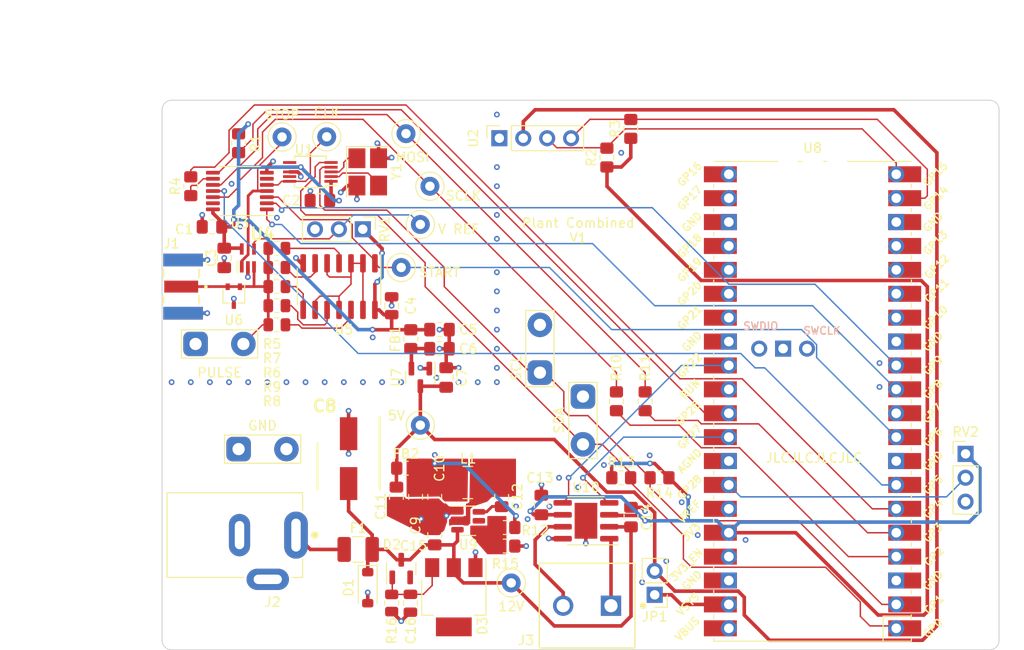
<source format=kicad_pcb>
(kicad_pcb (version 20221018) (generator pcbnew)
  (layers (0 "F.Cu" signal) (1 "In1.Cu" power) (2 "In2.Cu" power) (31 "B.Cu" signal) (34 "B.Paste" user) (35 "F.Paste" user) (36 "B.SilkS" user "B.Silkscreen") (37 "F.SilkS" user "F.Silkscreen") (38 "B.Mask" user) (39 "F.Mask" user) (44 "Edge.Cuts" user))
  (net 0 "")
  (net 1 "GND")
  (net 2 "Net-(D2-A)")
  (net 3 "+12P")
  (net 4 "+3.3V")
  (net 5 "+5V")
  (net 6 "Net-(U2-BST)")
  (net 8 "/AO1")
  (net 9 "/AO2")
  (net 10 "/tdr_sensor/PULSE")
  (net 11 "/5V_JUMP")
  (net 12 "Net-(U8-SDA)")
  (net 13 "Net-(U8-SCK)")
  (net 14 "SDA")
  (net 15 "SCL")
  (net 16 "Net-(U4-DOUT)")
  (net 17 "MISO")
  (net 18 "INTB")
  (net 19 "Net-(U5-O1)")
  (net 20 "Net-(U5-O2)")
  (net 21 "Net-(U5-O3)")
  (net 22 "Net-(U5-O4)")
  (net 23 "Net-(U5-O5)")
  (net 24 "Net-(U9-GPIO2)")
  (net 25 "SCLK")
  (net 26 "Net-(U9-GPIO3)")
  (net 27 "MOSI")
  (net 28 "/tdr_sensor/V ref")
  (net 29 "Net-(U9-GPIO28_ADC2)")
  (net 30 "/tdr_sensor/CLK")
  (net 31 "START")
  (net 32 "/tdr_sensor/STOP")
  (net 33 "/AIN1")
  (net 34 "/AIN2")
  (net 35 "Net-(U3-XA)")
  (net 36 "Net-(U3-XB)")
  (net 39 "EN")
  (net 40 "TRIG")
  (net 42 "TDC CSB")
  (net 44 "Net-(U5-I1)")
  (net 57 "+3.3VA")
  (net 58 "/tdr_sensor/+3_UNFILTERED")
  (net 59 "/5V_UNFILT")
  (net 60 "/VIN")
  (net 61 "/SW")
  (net 62 "/FB")
  (footprint "Resistor_SMD:R_0805_2012Metric_Pad1.20x1.40mm_HandSolder" (layer "F.Cu") (at 85.344 105.156)
    (fp_text reference "R13")
    (fp_text value "4K7")
  )
  (footprint "Connector_PinSocket_2.54mm:PinSocket_1x04_P2.54mm_Vertical" (layer "F.Cu") (at 72.4 69.063 90)
    (fp_text reference "U2")
    (fp_text value "OLED_DISP")
  )
  (footprint "Resistor_SMD:R_0805_2012Metric_Pad1.20x1.40mm_HandSolder" (layer "F.Cu") (at 84.836 97.028 90)
    (fp_text reference "R10")
    (fp_text value "82")
  )
  (footprint "Capacitor_SMD:C_0805_2012Metric_Pad1.18x1.45mm_HandSolder" (layer "F.Cu") (at 63.5 107.188 90)
    (fp_text reference "C9")
    (fp_text value "1uF")
  )
  (footprint "Resistor_SMD:R_0805_2012Metric_Pad1.20x1.40mm_HandSolder" (layer "F.Cu") (at 62.5 104.14 180)
    (fp_text reference "FB2")
    (fp_text value "ACML-0805-601-T")
  )
  (footprint "Package_SO:SOIC-8-1EP_3.9x4.9mm_P1.27mm_EP2.41x3.81mm" (layer "F.Cu") (at 81.599 109.728 180)
    (fp_text reference "U10")
    (fp_text value "ZXBM5210-SP-13")
  )
  (footprint "TestPoint:TestPoint_2Pads_Pitch5.08mm_Drill1.3mm" (layer "F.Cu") (at 76.708 93.98 90)
    (fp_text reference "SCL")
    (fp_text value "TestPoint_2Pole")
  )
  (footprint "Library:UUA1C101MCL1GS" (layer "F.Cu") (at 56.388 103.124 -90)
    (fp_text reference "C8")
    (fp_text value "100uF" hide)
  )
  (footprint "MountingHole:MountingHole_3.2mm_M3" (layer "F.Cu") (at 40.132 68.58)
    (fp_text reference "REF**" hide)
    (fp_text value "MountingHole_3.2mm_M3" hide)
  )
  (footprint "Package_SO:MSOP-10_3x3mm_P0.5mm" (layer "F.Cu") (at 52.324 72.644 180)
    (fp_text reference "U1")
    (fp_text value "SI5351A-B-GT")
  )
  (footprint "Resistor_SMD:R_0805_2012Metric_Pad1.20x1.40mm_HandSolder" (layer "F.Cu") (at 73.039299 110.448537 180)
    (fp_text reference "R12")
    (fp_text value "52K3")
  )
  (footprint "Capacitor_SMD:C_0805_2012Metric_Pad1.18x1.45mm_HandSolder" (layer "F.Cu") (at 76.858266 108.047863 -90)
    (fp_text reference "C13")
    (fp_text value "1uF")
  )
  (footprint "Resistor_SMD:R_0805_2012Metric_Pad1.20x1.40mm_HandSolder" (layer "F.Cu") (at 39.624 74.168 90)
    (fp_text reference "R4")
    (fp_text value "82")
  )
  (footprint "Resistor_SMD:R_0805_2012Metric_Pad1.20x1.40mm_HandSolder" (layer "F.Cu") (at 86.36 68.072 90)
    (fp_text reference "R3")
    (fp_text value "10K")
  )
  (footprint "Resistor_SMD:R_0805_2012Metric_Pad1.20x1.40mm_HandSolder" (layer "F.Cu") (at 83.82 71.12 90)
    (fp_text reference "R2")
    (fp_text value "10K")
  )
  (footprint "Package_TO_SOT_SMD:SOT-323_SC-70" (layer "F.Cu") (at 44.196 85.852 -90)
    (fp_text reference "U6")
    (fp_text value "ESD7002")
  )
  (footprint "Capacitor_SMD:C_0805_2012Metric_Pad1.18x1.45mm_HandSolder" (layer "F.Cu") (at 65.532 107.188 90)
    (fp_text reference "C10")
    (fp_text value "22uF")
  )
  (footprint "MountingHole:MountingHole_3.2mm_M3" (layer "F.Cu") (at 121.92 119.888)
    (fp_text reference "REF**" hide)
    (fp_text value "MountingHole_3.2mm_M3" hide)
  )
  (footprint "Library:CONN 1x2 5mm" (layer "F.Cu") (at 78.926725 118.753926 180)
    (fp_text reference "J3")
    (fp_text value "Conn_01x02" hide)
  )
  (footprint "TestPoint:TestPoint_Loop_D1.80mm_Drill1.0mm_Beaded" (layer "F.Cu") (at 62.484 68.58)
    (fp_text reference "MOSI")
    (fp_text value "TestPoint")
  )
  (footprint "TestPoint:TestPoint_Loop_D1.80mm_Drill1.0mm_Beaded" (layer "F.Cu") (at 73.66 116.332)
    (fp_text reference "12V")
    (fp_text value "TestPoint")
  )
  (footprint "Library:SDCL1V4020" (layer "F.Cu") (at 70.58 105.664 180)
    (fp_text reference "L1")
    (fp_text value "4.7uH")
  )
  (footprint "Capacitor_SMD:C_0805_2012Metric" (layer "F.Cu") (at 60.96 86.868 90)
    (fp_text reference "C4")
    (fp_text value "1uF")
  )
  (footprint "TestPoint:TestPoint_2Pads_Pitch5.08mm_Drill1.3mm" (layer "F.Cu") (at 44.704 102.108)
    (fp_text reference "GND")
    (fp_text value "TestPoint_2Pole")
  )
  (footprint "Resistor_SMD:R_0805_2012Metric" (layer "F.Cu") (at 48.768 80.772 180)
    (fp_text reference "R5")
    (fp_text value "249")
  )
  (footprint "Package_TO_SOT_SMD:SOT-23-6" (layer "F.Cu") (at 69.088 109.728)
    (fp_text reference "U9")
    (fp_text value "AP62200WU-7")
  )
  (footprint "Fuse:Fuse_1210_3225Metric_Pad1.42x2.65mm_HandSolder" (layer "F.Cu") (at 57.404 112.776)
    (fp_text reference "F1")
    (fp_text value "500ma")
  )
  (footprint "Package_TO_SOT_SMD:SOT-23" (layer "F.Cu") (at 64.008 94.488 -90)
    (fp_text reference "U7")
    (fp_text value "MCP1700T")
  )
  (footprint "Capacitor_SMD:C_0805_2012Metric" (layer "F.Cu") (at 62.954704 118.495842 -90)
    (fp_text reference "C16")
    (fp_text value "10nf")
  )
  (footprint "Resistor_SMD:R_0805_2012Metric" (layer "F.Cu") (at 48.768 82.804 180)
    (fp_text reference "R7")
    (fp_text value "249")
  )
  (footprint "Resistor_SMD:R_0805_2012Metric_Pad1.20x1.40mm_HandSolder" (layer "F.Cu") (at 87.884 97.028 90)
    (fp_text reference "R11")
    (fp_text value "82")
  )
  (footprint "TestPoint:TestPoint_Loop_D1.80mm_Drill1.0mm_Beaded" (layer "F.Cu") (at 49.319935 68.934226)
    (fp_text reference "STOP")
    (fp_text value "TestPoint")
  )
  (footprint "TestPoint:TestPoint_Loop_D1.80mm_Drill1.0mm_Beaded" (layer "F.Cu") (at 64.008 78.232)
    (fp_text reference "V REF")
    (fp_text value "TestPoint")
  )
  (footprint "Connector_PinHeader_2.54mm:PinHeader_1x02_P2.54mm_Vertical" (layer "F.Cu") (at 88.9 117.597 180)
    (fp_text reference "JP1")
    (fp_text value "Jumper_2_Bridged")
  )
  (footprint "Resistor_SMD:R_0805_2012Metric_Pad1.20x1.40mm_HandSolder" (layer "F.Cu") (at 44.704 69.596 90)
    (fp_text reference "R1")
    (fp_text value "10K")
  )
  (footprint "Connector_PinHeader_2.54mm:PinHeader_1x03_P2.54mm_Vertical" (layer "F.Cu") (at 57.897 78.74 -90)
    (fp_text reference "RV1")
    (fp_text value "10K")
  )
  (footprint "Capacitor_SMD:C_0805_2012Metric_Pad1.18x1.45mm_HandSolder" (layer "F.Cu") (at 53.34 75.692)
    (fp_text reference "C2")
    (fp_text value "1uF")
  )
  (footprint "Capacitor_SMD:C_0805_2012Metric_Pad1.18x1.45mm_HandSolder" (layer "F.Cu") (at 72.644 107.188 -90)
    (fp_text reference "C12")
    (fp_text value "100nF")
  )
  (footprint "Diode_SMD:D_SOD-123" (layer "F.Cu") (at 58.42 116.84 -90)
    (fp_text reference "D1")
    (fp_text value "TV02W480-G")
  )
  (footprint "TestPoint:TestPoint_Loop_D1.80mm_Drill1.0mm_Beaded" (layer "F.Cu") (at 65.024 74.168)
    (fp_text reference "SCLK")
    (fp_text value "TestPoint")
  )
  (footprint "Capacitor_SMD:C_0805_2012Metric_Pad1.18x1.45mm_HandSolder" (layer "F.Cu") (at 66.752267 94.49861 -90)
    (fp_text reference "C7")
    (fp_text value "1uF")
  )
  (footprint "Library:SOT65P210X110-5N" (layer "F.Cu") (at 45.690709 81.788 90)
    (fp_text reference "U4")
    (fp_text value "ADCMP600BKSZ-R2" hide)
  )
  (footprint "Resistor_SMD:R_0805_2012Metric" (layer "F.Cu") (at 48.768 84.836 180)
    (fp_text reference "R6")
    (fp_text value "249")
  )
  (footprint "Capacitor_SMD:C_0805_2012Metric_Pad1.18x1.45mm_HandSolder" (layer "F.Cu") (at 43.18 81.788 90)
    (fp_text reference "C3")
    (fp_text value "1uF")
  )
  (footprint "Resistor_SMD:R_0805_2012Metric_Pad1.20x1.40mm_HandSolder" (layer "F.Cu") (at 62.992 90.424 90)
    (fp_text reference "FB1")
    (fp_text value "ACML-0805-601-T")
  )
  (footprint "Package_TO_SOT_SMD:SOT-23" (layer "F.Cu") (at 61.976 114.808 90)
    (fp_text reference "D2")
    (fp_text value "BZX84C15T")
  )
  (footprint "Library:SAMTEC_SMA-J-P-H-ST-EM1" (layer "F.Cu") (at 38.608 84.836 -90)
    (fp_text reference "J1")
    (fp_text value "SMA-J-P-H-ST-EM1")
  )
  (footprint "TestPoint:TestPoint_Loop_D1.80mm_Drill1.0mm_Beaded" (layer "F.Cu") (at 61.976 82.804)
    (fp_text reference "START")
    (fp_text value "TestPoint")
  )
  (footprint "Resistor_SMD:R_0805_2012Metric" (layer "F.Cu") (at 48.768 88.9 180)
    (fp_text reference "R8")
    (fp_text value "249")
  )
  (footprint "TestPoint:TestPoint_Loop_D1.80mm_Drill1.0mm_Beaded" (layer "F.Cu") (at 54.063857 68.911965)
    (fp_text reference "CLK")
    (fp_text value "TestPoint")
  )
  (footprint "Capacitor_SMD:C_0805_2012Metric_Pad1.18x1.45mm_HandSolder" (layer "F.Cu") (at 41.878421 78.485998)
    (fp_text reference "C1")
    (fp_text value "1uF")
  )
  (footprint "Resistor_SMD:R_0805_2012Metric" (layer "F.Cu") (at 60.96 118.4675 90)
    (fp_text reference "R16")
    (fp_text value "68")
  )
  (footprint "MountingHole:MountingHole_3.2mm_M3" (layer "F.Cu") (at 121.92 68.58)
    (fp_text reference "REF**" hide)
    (fp_text value "MountingHole_3.2mm_M3" hide)
  )
  (footprint "Package_SO:TSSOP-14_4.4x5mm_P0.65mm" (layer "F.Cu") (at 44.8385 74.676 180)
    (fp_text reference "U3")
    (fp_text value "TDC7200PWR")
  )
  (footprint "MountingHole:MountingHole_3.2mm_M3" (layer "F.Cu") (at 40.132 119.888)
    (fp_text reference "REF**" hide)
    (fp_text value "MountingHole_3.2mm_M3" hide)
  )
  (footprint "Capacitor_SMD:C_0805_2012Metric_Pad1.18x1.45mm_HandSolder" (layer "F.Cu") (at 86.382493 109.337552 -90)
    (fp_text reference "C14")
    (fp_text value "10uF")
  )
  (footprint "TestPoint:TestPoint_2Pads_Pitch5.08mm_Drill1.3mm" (layer "F.Cu") (at 81.28 96.52 -90)
    (fp_text reference "SDA")
    (fp_text value "TestPoint_2Pole")
  )
  (footprint "Capacitor_SMD:C_0805_2012Metric_Pad1.18x1.45mm_HandSolder" (layer "F.Cu") (at 66.04 89.408 180)
    (fp_text reference "C5")
    (fp_text value "1uF")
  )
  (footprint "Resistor_SMD:R_0805_2012Metric" (layer "F.Cu") (at 48.768 86.868 180)
    (fp_text reference "R9")
    (fp_text value "249")
  )
  (footprint "Library:CUI_PJ-002AH" (layer "F.Cu") (at 50.8 111.252 180)
    (fp_text reference "J2")
    (fp_text value "PJ-002AH")
  )
  (footprint "Capacitor_SMD:C_0805_2012Metric_Pad1.18x1.45mm_HandSolder" (layer "F.Cu") (at 65.532 111.252 -90)
    (fp_text reference "C15")
    (fp_text value "10uF")
  )
  (footprint "Resistor_SMD:R_0805_2012Metric_Pad1.20x1.40mm_HandSolder" (layer "F.Cu") (at 73.038684 112.417911)
    (fp_text reference "R15")
    (fp_text value "10K")
  )
  (footprint "RPi_Pico:RPi_PicoW_SMD_TH" (layer "F.Cu") (at 105.664 97.028 180)
    (fp_text reference "U8")
    (fp_text value "PicoW")
  )
  (footprint "Capacitor_SMD:C_0805_2012Metric_Pad1.18x1.45mm_HandSolder" (layer "F.Cu") (at 61.468 107.188 90)
    (fp_text reference "C11")
    (fp_text value "1uF")
  )
  (footprint "Connector_PinHeader_2.54mm:PinHeader_1x03_P2.54mm_Vertical" (layer "F.Cu") (at 121.92 102.616)
    (fp_text reference "RV2")
    (fp_text value "R_Potentiometer")
  )
  (footprint "TestPoint:TestPoint_2Pads_Pitch5.08mm_Drill1.3mm" (layer "F.Cu") (at 40.132 90.932)
    (fp_text reference "PULSE")
    (fp_text value "TestPoint")
  )
  (footprint "Crystal:Crystal_SMD_3225-4Pin_3.2x2.5mm_HandSoldering" (layer "F.Cu") (at 58.42 72.644 -90)
    (fp_text reference "Y1")
    (fp_text value "Crystal_GND24")
  )
  (footprint "Package_SO:SOIC-14_3.9x8.7mm_P1.27mm" (layer "F.Cu") (at 55.372 84.836 -90)
    (fp_text reference "U5")
    (fp_text value "74AC14SC")
  )
  (footprint "Capacitor_SMD:C_0805_2012Metric_Pad1.18x1.45mm_HandSolder" (layer "F.Cu") (at 66.04 91.44 180)
    (fp_text reference "C6")
    (fp_text value "1uF")
  )
  (footprint "Resistor_SMD:R_0805_2012Metric_Pad1.20x1.40mm_HandSolder" (layer "F.Cu") (at 89.408 105.156 180)
    (fp_text reference "R14")
    (fp_text value "4K7")
  )
  (footprint "TestPoint:TestPoint_Loop_D1.80mm_Drill1.0mm_Beaded" (layer "F.Cu") (at 64.008 99.568)
    (fp_text reference "5V")
    (fp_text value "TestPoint")
  )
  (footprint "Package_TO_SOT_SMD:SOT-223" (layer "F.Cu") (at 67.564 117.856 -90)
    (fp_text reference "D3")
    (fp_text value "BT168GW")
  )
  (gr_arc (start 36.576 66.04) (mid 36.87358 65.32158) (end 37.592 65.024) (stroke (width 0.1)) (layer "Edge.Cuts"))
  (gr_line (start 37.592 123.444) (end 124.46 123.444) (stroke (width 0.1)) (layer "Edge.Cuts"))
  (gr_arc (start 124.46 65.024) (mid 125.17842 65.32158) (end 125.476 66.04) (stroke (width 0.1)) (layer "Edge.Cuts"))
  (gr_line (start 124.46 65.024) (end 37.592 65.024) (stroke (width 0.1)) (layer "Edge.Cuts"))
  (gr_arc (start 37.592 123.444) (mid 36.87358 123.14642) (end 36.576 122.428) (stroke (width 0.1)) (layer "Edge.Cuts"))
  (gr_line (start 125.476 122.428) (end 125.476 66.04) (stroke (width 0.1)) (layer "Edge.Cuts"))
  (gr_line (start 36.576 66.04) (end 36.576 122.428) (stroke (width 0.1)) (layer "Edge.Cuts"))
  (gr_arc (start 125.476 122.428) (mid 125.17842 123.14642) (end 124.46 123.444) (stroke (width 0.1)) (layer "Edge.Cuts"))
  (gr_text "JLCJLCJLCJLC" (at 100.584 103.632) (layer "F.SilkS") (effects (font (size 1 1)) (justify left bottom)))
  (gr_text "Plant Combined\nV1" (at 80.772 80.264) (layer "F.SilkS") (effects (font (size 1 1)) (justify bottom)))
  (segment (start 40.840921 77.216) (end 40.840921 78.485998) (width 0.381) (layer "F.Cu") (net 1))
  (segment (start 48.365719 71.522282) (end 47.701 72.187001) (width 0.381) (layer "F.Cu") (net 1))
  (segment (start 52.3025 74.6975) (end 52.324 74.676) (width 0.381) (layer "F.Cu") (net 1))
  (segment (start 77.671084 111.633) (end 79.124 111.633) (width 0.381) (layer "F.Cu") (net 1))
  (segment (start 59.57 69.73) (end 59.57 71.194) (width 0.381) (layer "F.Cu") (net 1))
  (segment (start 86.382493 108.300052) (end 87.472052 108.300052) (width 0.381) (layer "F.Cu") (net 1))
  (segment (start 51.562 82.361) (end 51.373 82.361) (width 0.381) (layer "F.Cu") (net 1))
  (segment (start 67.0775 91.44) (end 66.04 91.44) (width 0.381) (layer "F.Cu") (net 1))
  (segment (start 51.308 72.962184) (end 50.989816 72.644) (width 0.381) (layer "F.Cu") (net 1))
  (segment (start 52.3025 75.692) (end 52.3025 74.6975) (width 0.381) (layer "F.Cu") (net 1))
  (segment (start 76.871819 105.891165) (end 76.871819 106.99681) (width 0.381) (layer "F.Cu") (net 1))
  (segment (start 75.251209 112.417911) (end 74.038684 112.417911) (width 0.381) (layer "F.Cu") (net 1))
  (segment (start 61.976 120.396) (end 60.96 119.38) (width 0.381) (layer "F.Cu") (net 1))
  (segment (start 66.752267 93.46111) (end 68.06111 93.46111) (width 0.381) (layer "F.Cu") (net 1))
  (segment (start 81.582054 112.12521) (end 81.582054 109.744946) (width 0.381) (layer "F.Cu") (net 1))
  (segment (start 41.380833 82.011) (end 41.393765 81.998068) (width 0.381) (layer "F.Cu") (net 1))
  (segment (start 69.867046 114.702954) (end 69.864 114.706) (width 0.381) (layer "F.Cu") (net 1))
  (segment (start 62.926158 119.445842) (end 61.976 120.396) (width 0.381) (layer "F.Cu") (net 1))
  (segment (start 50.989816 72.644) (end 50.124 72.644) (width 0.381) (layer "F.Cu") (net 1))
  (segment (start 67.0775 89.408) (end 66.04 89.408) (width 0.381) (layer "F.Cu") (net 1))
  (segment (start 77.641877 111.603793) (end 77.671084 111.633) (width 0.381) (layer "F.Cu") (net 1))
  (segment (start 60.96 85.918) (end 60.96 86.868) (width 0.381) (layer "F.Cu") (net 1))
  (segment (start 60.96 71.12) (end 60.886 71.194) (width 0.381) (layer "F.Cu") (net 1))
  (segment (start 57.27 74.094) (end 56.280767 74.094) (width 0.381) (layer "F.Cu") (net 1))
  (segment (start 39.116 81.703) (end 38.808 82.011) (width 0.381) (layer "F.Cu") (net 1))
  (segment (start 66.752267 93.46111) (end 66.752267 91.765233) (width 0.381) (layer "F.Cu") (net 1))
  (segment (start 62.954704 119.445842) (end 62.926158 119.445842) (width 0.381) (layer "F.Cu") (net 1))
  (segment (start 76.871819 106.99681) (end 76.858266 107.010363) (width 0.381) (layer "F.Cu") (net 1))
  (segment (start 57.27 75.558) (end 57.27 74.094) (width 0.381) (layer "F.Cu") (net 1))
  (segment (start 38.808 82.011) (end 41.380833 82.011) (width 0.381) (layer "F.Cu") (net 1))
  (segment (start 44.196 86.852) (end 44.196 86.118357) (width 0.381) (layer "F.Cu") (net 1))
  (segment (start 51.373 82.361) (end 50.8 81.788) (width 0.381) (layer "F.Cu") (net 1))
  (segment (start 47.701 72.187001) (end 47.701 72.726) (width 0.381) (layer "F.Cu") (net 1))
  (segment (start 51.308 73.152) (end 51.308 72.962184) (width 0.381) (layer "F.Cu") (net 1))
  (segment (start 58.42 118.49) (end 58.42 117.348) (width 0.381) (layer "F.Cu") (net 1))
  (segment (start 87.472052 108.300052) (end 87.884 108.712) (width 0.381) (layer "F.Cu") (net 1))
  (segment (start 67.0775 89.408) (end 67.0775 91.44) (width 0.381) (layer "F.Cu") (net 1))
  (segment (start 41.371 87.661) (end 38.808 87.661) (width 0.381) (layer "F.Cu") (net 1))
  (segment (start 56.280767 74.094) (end 55.550486 74.824281) (width 0.381) (layer "F.Cu") (net 1))
  (segment (start 64.0865 93.5505) (end 64.008 93.472) (width 0.381) (layer "F.Cu") (net 1))
  (segment (start 56.388 100.474) (end 56.388 102.616) (width 0.381) (layer "F.Cu") (net 1))
  (segment (start 68.06111 93.46111) (end 68.072 93.472) (width 0.381) (layer "F.Cu") (net 1))
  (segment (start 43.18 82.8255) (end 43.18 81.788) (width 0.381) (layer "F.Cu") (net 1))
  (segment (start 59.436 69.596) (end 59.57 69.73) (width 0.381) (layer "F.Cu") (net 1))
  (segment (start 56.388 98.044) (end 56.388 100.474) (width 0.381) (layer "F.Cu") (net 1))
  (segment (start 81.582054 109.744946) (end 81.599 109.728) (width 0.381) (layer "F.Cu") (net 1))
  (segment (start 66.752267 91.765233) (end 67.0775 91.44) (width 0.381) (layer "F.Cu") (net 1))
  (segment (start 45.688115 83.82) (end 45.688115 82.740594) (width 0.381) (layer "F.Cu") (net 1))
  (segment (start 60.886 71.194) (end 59.57 71.194) (width 0.381) (layer "F.Cu") (net 1))
  (segment (start 64.958 93.5505) (end 64.0865 93.5505) (width 0.381) (layer "F.Cu") (net 1))
  (segment (start 69.867046 113.067974) (end 69.867046 114.702954) (width 0.381) (layer "F.Cu") (net 1))
  (via (at 58.947221 90.234529) (size 0.6096) (drill 0.3048) (layers "F.Cu" "B.Cu") (net 1))
  (via (at 43.688 94.996) (size 0.6096) (drill 0.3048) (layers "F.Cu" "B.Cu") (net 1))
  (via (at 72.136 89.408) (size 0.6096) (drill 0.3048) (layers "F.Cu" "B.Cu") (net 1))
  (via (at 60.96 71.12) (size 0.6096) (drill 0.3048) (layers "F.Cu" "B.Cu") (net 1))
  (via (at 72.136 66.548) (size 0.6096) (drill 0.3048) (layers "F.Cu" "B.Cu") (net 1))
  (via (at 90.127438 114.011677) (size 0.6096) (drill 0.3048) (layers "F.Cu" "B.Cu") (net 1))
  (via (at 112.776 95.504) (size 0.6096) (drill 0.3048) (layers "F.Cu" "B.Cu") (net 1))
  (via (at 75.251209 112.417911) (size 0.6096) (drill 0.3048) (layers "F.Cu" "B.Cu") (net 1))
  (via (at 88.367287 102.775265) (size 0.6096) (drill 0.3048) (layers "F.Cu" "B.Cu") (net 1))
  (via (at 91.766767 107.759157) (size 0.6096) (drill 0.3048) (layers "F.Cu" "B.Cu") (net 1))
  (via (at 72.136 72.136) (size 0.6096) (drill 0.3048) (layers "F.Cu" "B.Cu") (net 1))
  (via (at 57.912 94.996) (size 0.6096) (drill 0.3048) (layers "F.Cu" "B.Cu") (net 1))
  (via (at 64.088008 109.522103) (size 0.6096) (drill 0.3048) (layers "F.Cu" "B.Cu") (net 1))
  (via (at 59.944 94.996) (size 0.6096) (drill 0.3048) (layers "F.Cu" "B.Cu") (net 1))
  (via (at 47.752 94.996) (size 0.6096) (drill 0.3048) (layers "F.Cu" "B.Cu") (net 1))
  (via (at 61.976 94.996) (size 0.6096) (drill 0.3048) (layers "F.Cu" "B.Cu") (net 1))
  (via (at 64.008 93.472) (size 0.6096) (drill 0.3048) (layers "F.Cu" "B.Cu") (net 1))
  (via (at 44.868757 78.451674) (size 0.6096) (drill 0.3048) (layers "F.Cu" "B.Cu") (net 1))
  (via (at 87.884 108.712) (size 0.6096) (drill 0.3048) (layers "F.Cu" "B.Cu") (net 1))
  (via (at 81.582054 112.12521) (size 0.6096) (drill 0.3048) (layers "F.Cu" "B.Cu") (net 1))
  (via (at 83.504216 103.802248) (size 0.6096) (drill 0.3048) (layers "F.Cu" "B.Cu") (net 1))
  (via (at 72.136 91.44) (size 0.6096) (drill 0.3048) (layers "F.Cu" "B.Cu") (net 1))
  (via (at 61.976 120.396) (size 0.6096) (drill 0.3048) (layers "F.Cu" "B.Cu") (net 1))
  (via (at 57.27 75.558) (size 0.6096) (drill 0.3048) (layers "F.Cu" "B.Cu") (net 1))
  (via (at 72.136 85.344) (size 0.6096) (drill 0.3048) (layers "F.Cu" "B.Cu") (net 1))
  (via (at 65.542984 102.73133) (size 0.6096) (drill 0.3048) (layers "F.Cu" "B.Cu") (net 1))
  (via (at 75.40093 109.549514) (size 0.6096) (drill 0.3048) (layers "F.Cu" "B.Cu") (net 1))
  (via (at 72.136 87.376) (size 0.6096) (drill 0.3048) (layers "F.Cu" "B.Cu") (net 1))
  (via (at 52.324 74.676) (size 0.6096) (drill 0.3048) (layers "F.Cu" "B.Cu") (net 1))
  (via (at 41.656 94.996) (size 0.6096) (drill 0.3048) (layers "F.Cu" "B.Cu") (net 1))
  (via (at 55.550486 74.824281) (size 0.6096) (drill 0.3048) (layers "F.Cu" "B.Cu") (net 1))
  (via (at 69.867046 113.067974) (size 0.6096) (drill 0.3048) (layers "F.Cu" "B.Cu") (net 1))
  (via (at 56.388 102.616) (size 0.6096) (drill 0.3048) (layers "F.Cu" "B.Cu") (net 1))
  (via (at 50.8 81.788) (size 0.6096) (drill 0.3048) (layers "F.Cu" "B.Cu") (net 1))
  (via (at 56.388 98.044) (size 0.6096) (drill 0.3048) (layers "F.Cu" "B.Cu") (net 1))
  (via (at 70.104 94.996) (size 0.6096) (drill 0.3048) (layers "F.Cu" "B.Cu") (net 1))
  (via (at 66.04 89.408) (size 0.6096) (drill 0.3048) (layers "F.Cu" "B.Cu") (net 1))
  (via (at 65.735201 94.52507) (size 0.6096) (drill 0.3048) (layers "F.Cu" "B.Cu") (net 1))
  (via (at 78.74 105.156) (size 0.6096) (drill 0.3048) (layers "F.Cu" "B.Cu") (net 1))
  (via (at 37.592 94.996) (size 0.6096) (drill 0.3048) (layers "F.Cu" "B.Cu") (net 1))
  (via (at 87.565472 116.268842) (size 0.6096) (drill 0.3048) (layers "F.Cu" "B.Cu") (net 1))
  (via (at 45.688115 83.82) (size 0.6096) (drill 0.3048) (layers "F.Cu" "B.Cu") (net 1))
  (via (at 58.42 117.348) (size 0.6096) (drill 0.3048) (layers "F.Cu" "B.Cu") (net 1))
  (via (at 72.136 94.996) (size 0.6096) (drill 0.3048) (layers "F.Cu" "B.Cu") (net 1))
  (via (at 45.72 94.996) (size 0.6096) (drill 0.3048) (layers "F.Cu" "B.Cu") (net 1))
  (via (at 66.779066 109.180995) (size 0.6096) (drill 0.3048) (layers "F.Cu" "B.Cu") (net 1))
  (via (at 53.848 94.996) (size 0.6096) (drill 0.3048) (layers "F.Cu" "B.Cu") (net 1))
  (via (at 48.768 77.509817) (size 0.6096) (drill 0.3048) (layers "F.Cu" "B.Cu") (net 1))
  (via (at 72.136 74.168) (size 0.6096) (drill 0.3048) (layers "F.Cu" "B.Cu") (net 1))
  (via (at 49.784 94.996) (size 0.6096) (drill 0.3048) (layers "F.Cu" "B.Cu") (net 1))
  (via (at 112.776 92.964) (size 0.6096) (drill 0.3048) (layers "F.Cu" "B.Cu") (net 1))
  (via (at 55.88 94.996) (size 0.6096) (drill 0.3048) (layers "F.Cu" "B.Cu") (net 1))
  (via (at 98.552 111.76) (size 0.6096) (drill 0.3048) (layers "F.Cu" "B.Cu") (net 1))
  (via (at 39.624 94.996) (size 0.6096) (drill 0.3048) (layers "F.Cu" "B.Cu") (net 1))
  (via (at 44.196 86.118357) (size 0.6096) (drill 0.3048) (layers "F.Cu" "B.Cu") (net 1))
  (via (at 51.308 73.152) (size 0.6096) (drill 0.3048) (layers "F.Cu" "B.Cu") (net 1))
  (via (at 60.96 86.868) (size 0.6096) (drill 0.3048) (layers "F.Cu" "B.Cu") (net 1))
  (via (at 59.436 69.596) (size 0.6096) (drill 0.3048) (layers "F.Cu" "B.Cu") (net 1))
  (via (at 72.136 77.216) (size 0.6096) (drill 0.3048) (layers "F.Cu" "B.Cu") (net 1))
  (via (at 77.724 108.204) (size 0.6096) (drill 0.3048) (layers "F.Cu" "B.Cu") (net 1))
  (via (at 85.344 70.612) (size 0.6096) (drill 0.3048) (layers "F.Cu" "B.Cu") (net 1))
  (via (at 68.072 94.996) (size 0.6096) (drill 0.3048) (layers "F.Cu" "B.Cu") (net 1))
  (via (at 43.18 81.788) (size 0.6096) (drill 0.3048) (layers "F.Cu" "B.Cu") (net 1))
  (via (at 76.871819 105.891165) (size 0.6096) (drill 0.3048) (layers "F.Cu" "B.Cu") (net 1))
  (via (at 41.371 87.661) (size 0.6096) (drill 0.3048) (layers "F.Cu" "B.Cu") (net 1))
  (via (at 41.393765 81.998068) (size 0.6096) (drill 0.3048) (layers "F.Cu" "B.Cu") (net 1))
  (via (at 72.136 83.312) (size 0.6096) (drill 0.3048) (layers "F.Cu" "B.Cu") (net 1))
  (via (at 51.816 94.996) (size 0.6096) (drill 0.3048) (layers "F.Cu" "B.Cu") (net 1))
  (via (at 40.840921 77.216) (size 0.6096) (drill 0.3048) (layers "F.Cu" "B.Cu") (net 1))
  (via (at 72.136 79.756) (size 0.6096) (drill 0.3048) (layers "F.Cu" "B.Cu") (net 1))
  (via (at 68.072 93.472) (size 0.6096) (drill 0.3048) (layers "F.Cu" "B.Cu") (net 1))
  (via (at 77.641877 111.603793) (size 0.6096) (drill 0.3048) (layers "F.Cu" "B.Cu") (net 1))
  (via (at 74.168 108.204) (size 0.6096) (drill 0.3048) (layers "F.Cu" "B.Cu") (net 1))
  (via (at 72.136 93.472) (size 0.6096) (drill 0.3048) (layers "F.Cu" "B.Cu") (net 1))
  (via (at 80.772 106.172) (size 0.6096) (drill 0.3048) (layers "F.Cu" "B.Cu") (net 1))
  (via (at 66.04 91.44) (size 0.6096) (drill 0.3048) (layers "F.Cu" "B.Cu") (net 1))
  (via (at 43.954356 73.912627) (size 0.6096) (drill 0.3048) (layers "F.Cu" "B.Cu") (net 1))
  (via (at 48.365719 71.522282) (size 0.6096) (drill 0.3048) (layers "F.Cu" "B.Cu") (net 1))
  (via (at 93.472 111.252) (size 0.6096) (drill 0.3048) (layers "F.Cu" "B.Cu") (net 1))
  (segment (start 41.393765 81.998068) (end 38.820932 81.998068) (width 0.381) (layer "B.Cu") (net 1))
  (segment (start 41.371 87.661) (end 38.808 87.661) (width 0.381) (layer "B.Cu") (net 1))
  (segment (start 38.820932 81.998068) (end 38.808 82.011) (width 0.381) (layer "B.Cu") (net 1))
  (segment (start 62.954704 117.545842) (end 64.318158 117.545842) (width 0.1524) (layer "F.Cu") (net 2))
  (segment (start 64.318158 117.545842) (end 65.264 116.6) (width 0.1524) (layer "F.Cu") (net 2))
  (segment (start 60.96 117.555) (end 62.945546 117.555) (width 0.1524) (layer "F.Cu") (net 2))
  (segment (start 61.026 117.489) (end 60.96 117.555) (width 0.1524) (layer "F.Cu") (net 2))
  (segment (start 65.264 116.6) (end 65.264 114.706) (width 0.1524) (layer "F.Cu") (net 2))
  (segment (start 61.026 115.7455) (end 61.026 117.489) (width 0.1524) (layer "F.Cu") (net 2))
  (segment (start 62.945546 117.555) (end 62.954704 117.545842) (width 0.1524) (layer "F.Cu") (net 2))
  (segment (start 67.564 112.268) (end 67.9505 111.8815) (width 0.381) (layer "F.Cu") (net 3))
  (segment (start 61.50725 113.8705) (end 61.976 113.8705) (width 0.381) (layer "F.Cu") (net 3))
  (segment (start 58.42 115.19) (end 58.42 113.2475) (width 0.381) (layer "F.Cu") (net 3))
  (segment (start 67.564 114.706) (end 67.564 115.316) (width 0.381) (layer "F.Cu") (net 3))
  (segment (start 56.388 108.712) (end 56.388 105.774) (width 0.381) (layer "F.Cu") (net 3))
  (segment (start 67.564 112.268) (end 67.564 114.706) (width 0.381) (layer "F.Cu") (net 3))
  (segment (start 68.58 116.332) (end 73.66 116.332) (width 0.381) (layer "F.Cu") (net 3))
  (segment (start 67.9505 111.8815) (end 67.9505 110.678) (width 0.381) (layer "F.Cu") (net 3))
  (segment (start 58.8915 112.776) (end 58.8915 111.2155) (width 0.381) (layer "F.Cu") (net 3))
  (segment (start 61.976 113.8705) (end 62.9135 113.8705) (width 0.381) (layer "F.Cu") (net 3))
  (segment (start 58.42 113.2475) (end 58.8915 112.776) (width 0.381) (layer "F.Cu") (net 3))
  (segment (start 78.232 120.904) (end 85.344 120.904) (width 0.381) (layer "F.Cu") (net 3))
  (segment (start 86.382493 119.865507) (end 86.382493 110.375052) (width 0.381) (layer "F.Cu") (net 3))
  (segment (start 64.4945 112.2895) (end 65.532 112.2895) (width 0.381) (layer "F.Cu") (net 3))
  (segment (start 60.41275 112.776) (end 61.50725 113.8705) (width 0.381) (layer "F.Cu") (net 3))
  (segment (start 62.9135 113.8705) (end 64.4945 112.2895) (width 0.381) (layer "F.Cu") (net 3))
  (segment (start 84.086052 110.375052) (end 84.074 110.363) (width 0.381) (layer "F.Cu") (net 3))
  (segment (start 58.8915 112.776) (end 60.41275 112.776) (width 0.381) (layer "F.Cu") (net 3))
  (segment (start 73.66 116.332) (end 78.232 120.904) (width 0.381) (layer "F.Cu") (net 3))
  (segment (start 65.532 112.2895) (end 67.5425 112.2895) (width 0.381) (layer "F.Cu") (net 3))
  (segment (start 58.8915 111.2155) (end 56.388 108.712) (width 0.381) (layer "F.Cu") (net 3))
  (segment (start 67.564 115.316) (end 68.58 116.332) (width 0.381) (layer "F.Cu") (net 3))
  (segment (start 86.382493 110.375052) (end 84.086052 110.375052) (width 0.381) (layer "F.Cu") (net 3))
  (segment (start 85.344 120.904) (end 86.382493 119.865507) (width 0.381) (layer "F.Cu") (net 3))
  (segment (start 93.8394 84.1874) (end 83.836 74.184) (width 0.381) (layer "F.Cu") (net 4))
  (segment (start 117.856 84.836) (end 117.2074 84.1874) (width 0.381) (layer "F.Cu") (net 4))
  (segment (start 112.630294 119.7474) (end 117.4886 119.7474) (width 0.381) (layer "F.Cu") (net 4))
  (segment (start 76.065363 109.085363) (end 75.692 108.712) (width 0.381) (layer "F.Cu") (net 4))
  (segment (start 85.36 72.12) (end 86.36 71.12) (width 0.381) (layer "F.Cu") (net 4))
  (segment (start 76.858266 109.085363) (end 76.065363 109.085363) (width 0.381) (layer "F.Cu") (net 4))
  (segment (start 96.774 110.998) (end 103.880894 110.998) (width 0.381) (layer "F.Cu") (net 4))
  (segment (start 84.147952 109.166952) (end 87.322952 109.166952) (width 0.381) (layer "F.Cu") (net 4))
  (segment (start 117.4886 119.7474) (end 117.856 119.38) (width 0.381) (layer "F.Cu") (net 4))
  (segment (start 117.2074 84.1874) (end 93.8394 84.1874) (width 0.381) (layer "F.Cu") (net 4))
  (segment (start 84.074 109.093) (end 84.147952 109.166952) (width 0.381) (layer "F.Cu") (net 4))
  (segment (start 79.116363 109.085363) (end 79.124 109.093) (width 0.381) (layer "F.Cu") (net 4))
  (segment (start 83.836 74.184) (end 83.836 72.136) (width 0.381) (layer "F.Cu") (net 4))
  (segment (start 90.424 105.156) (end 92.456 107.188) (width 0.381) (layer "F.Cu") (net 4))
  (segment (start 86.36 71.12) (end 86.36 69.072) (width 0.381) (layer "F.Cu") (net 4))
  (segment (start 84.328 105.14) (end 84.344 105.156) (width 0.381) (layer "F.Cu") (net 4))
  (segment (start 76.858266 109.085363) (end 79.116363 109.085363) (width 0.381) (layer "F.Cu") (net 4))
  (segment (start 87.322952 109.166952) (end 87.884 109.728) (width 0.381) (layer "F.Cu") (net 4))
  (segment (start 84.328 103.632) (end 84.328 105.14) (width 0.381) (layer "F.Cu") (net 4))
  (segment (start 90.408 105.156) (end 90.424 105.156) (width 0.381) (layer "F.Cu") (net 4))
  (segment (start 103.880894 110.998) (end 112.630294 119.7474) (width 0.381) (layer "F.Cu") (net 4))
  (segment (start 117.856 119.38) (end 117.856 84.836) (width 0.381) (layer "F.Cu") (net 4))
  (segment (start 83.82 72.12) (end 85.36 72.12) (width 0.381) (layer "F.Cu") (net 4))
  (segment (start 88.884 103.632) (end 88.392 103.632) (width 0.381) (layer "F.Cu") (net 4))
  (segment (start 90.408 105.156) (end 88.884 103.632) (width 0.381) (layer "F.Cu") (net 4))
  (via (at 92.456 107.188) (size 0.6096) (drill 0.3048) (layers "F.Cu" "B.Cu") (net 4))
  (via (at 87.884 109.728) (size 0.6096) (drill 0.3048) (layers "F.Cu" "B.Cu") (net 4))
  (via (at 88.392 103.632) (size 0.6096) (drill 0.3048) (layers "F.Cu" "B.Cu") (net 4))
  (via (at 84.328 103.632) (size 0.6096) (drill 0.3048) (layers "F.Cu" "B.Cu") (net 4))
  (via (at 75.692 108.712) (size 0.6096) (drill 0.3048) (layers "F.Cu" "B.Cu") (net 4))
  (segment (start 85.344 107.188) (end 87.884 109.728) (width 0.381) (layer "B.Cu") (net 4))
  (segment (start 88.392 103.632) (end 84.328 103.632) (width 0.381) (layer "B.Cu") (net 4))
  (segment (start 92.456 107.188) (end 92.456 109.728) (width 0.381) (layer "B.Cu") (net 4))
  (segment (start 122.2874 109.8686) (end 123.444 108.712) (width 0.381) (layer "B.Cu") (net 4))
  (segment (start 97.9034 109.8686) (end 122.2874 109.8686) (width 0.381) (layer "B.Cu") (net 4))
  (segment (start 87.884 109.728) (end 92.456 109.728) (width 0.381) (layer "B.Cu") (net 4))
  (segment (start 92.456 109.728) (end 95.504 109.728) (width 0.381) (layer "B.Cu") (net 4))
  (segment (start 75.692 108.712) (end 77.216 107.188) (width 0.381) (layer "B.Cu") (net 4))
  (segment (start 96.774 110.998) (end 97.9034 109.8686) (width 0.381) (layer "B.Cu") (net 4))
  (segment (start 77.216 107.188) (end 85.344 107.188) (width 0.381) (layer "B.Cu") (net 4))
  (segment (start 123.444 108.712) (end 123.444 104.14) (width 0.381) (layer "B.Cu") (net 4))
  (segment (start 123.444 104.14) (end 121.92 102.616) (width 0.381) (layer "B.Cu") (net 4))
  (segment (start 95.504 109.728) (end 96.774 110.998) (width 0.381) (layer "B.Cu") (net 4))
  (segment (start 118.872 120.8988) (end 118.872 70.612) (width 0.381) (layer "F.Cu") (net 5))
  (segment (start 61.468 104.172) (end 61.5 104.14) (width 0.381) (layer "F.Cu") (net 5))
  (segment (start 61.5 102.076) (end 64.008 99.568) (width 0.381) (layer "F.Cu") (net 5))
  (segment (start 114.3 66.04) (end 76.2 66.04) (width 0.381) (layer "F.Cu") (net 5))
  (segment (start 74.94 67.3) (end 74.94 69.063) (width 0.381) (layer "F.Cu") (net 5))
  (segment (start 98.4114 119.7474) (end 101.092 122.428) (width 0.381) (layer "F.Cu") (net 5))
  (segment (start 66.641657 95.4255) (end 66.752267 95.53611) (width 0.381) (layer "F.Cu") (net 5))
  (segment (start 78.232 101.092) (end 83.82 106.68) (width 0.381) (layer "F.Cu") (net 5))
  (segment (start 65.532 101.092) (end 78.232 101.092) (width 0.381) (layer "F.Cu") (net 5))
  (segment (start 97.7628 117.2074) (end 98.4114 117.856) (width 0.381) (layer "F.Cu") (net 5))
  (segment (start 64.008 95.4255) (end 66.641657 95.4255) (width 0.381) (layer "F.Cu") (net 5))
  (segment (start 64.008 99.568) (end 65.532 101.092) (width 0.381) (layer "F.Cu") (net 5))
  (segment (start 117.3428 122.428) (end 118.872 120.8988) (width 0.381) (layer "F.Cu") (net 5))
  (segment (start 118.872 70.612) (end 114.3 66.04) (width 0.381) (layer "F.Cu") (net 5))
  (segment (start 98.4114 117.856) (end 98.4114 119.7474) (width 0.381) (layer "F.Cu") (net 5))
  (segment (start 88.9 108.864014) (end 88.9 115.057) (width 0.381) (layer "F.Cu") (net 5))
  (segment (start 91.0504 117.2074) (end 97.7628 117.2074) (width 0.381) (layer "F.Cu") (net 5))
  (segment (start 76.2 66.04) (end 74.94 67.3) (width 0.381) (layer "F.Cu") (net 5))
  (segment (start 64.008 99.568) (end 64.008 95.4255) (width 0.381) (layer "F.Cu") (net 5))
  (segment (start 101.092 122.428) (end 117.3428 122.428) (width 0.381) (layer "F.Cu") (net 5))
  (segment (start 83.82 106.68) (end 86.715986 106.68) (width 0.381) (layer "F.Cu") (net 5))
  (segment (start 61.468 106.1505) (end 61.468 104.172) (width 0.381) (layer "F.Cu") (net 5))
  (segment (start 86.715986 106.68) (end 88.9 108.864014) (width 0.381) (layer "F.Cu") (net 5))
  (segment (start 61.5 104.14) (end 61.5 102.076) (width 0.381) (layer "F.Cu") (net 5))
  (segment (start 88.9 115.057) (end 91.0504 117.2074) (width 0.381) (layer "F.Cu") (net 5))
  (segment (start 71.054 108.778) (end 71.628 108.204) (width 0.3048) (layer "F.Cu") (net 6))
  (segment (start 72.6225 108.204) (end 72.644 108.2255) (width 0.1524) (layer "F.Cu") (net 6))
  (segment (start 70.2255 108.778) (end 71.054 108.778) (width 0.3048) (layer "F.Cu") (net 6))
  (segment (start 71.628 108.204) (end 72.6225 108.204) (width 0.3048) (layer "F.Cu") (net 6))
  (segment (start 84.259 111.818) (end 84.259 118.751651) (width 0.381) (layer "F.Cu") (net 8))
  (segment (start 84.259 118.751651) (end 84.256725 118.753926) (width 0.381) (layer "F.Cu") (net 8))
  (segment (start 84.074 111.633) (end 84.259 111.818) (width 0.381) (layer "F.Cu") (net 8))
  (segment (start 76.2 111.76) (end 77.597 110.363) (width 0.381) (layer "F.Cu") (net 9))
  (segment (start 79.176725 117.345725) (end 76.2 114.369) (width 0.381) (layer "F.Cu") (net 9))
  (segment (start 76.2 114.369) (end 76.2 111.76) (width 0.381) (layer "F.Cu") (net 9))
  (segment (start 79.176725 118.753926) (end 79.176725 117.345725) (width 0.381) (layer "F.Cu") (net 9))
  (segment (start 77.597 110.363) (end 79.124 110.363) (width 0.381) (layer "F.Cu") (net 9))
  (segment (start 45.464132 84.836) (end 38.608 84.836) (width 0.29337) (layer "F.Cu") (net 10))
  (segment (start 46.343329 82.74062) (end 46.340709 82.738) (width 0.29337) (layer "F.Cu") (net 10))
  (segment (start 46.343329 84.827762) (end 46.343329 82.74062) (width 0.29337) (layer "F.Cu") (net 10))
  (segment (start 47.8555 80.772) (end 47.8555 88.9) (width 0.29337) (layer "F.Cu") (net 10))
  (segment (start 45.212 90.932) (end 47.244 88.9) (width 0.1524) (layer "F.Cu") (net 10))
  (segment (start 47.8555 84.836) (end 45.464132 84.836) (width 0.29337) (layer "F.Cu") (net 10))
  (segment (start 47.244 88.9) (end 47.8555 88.9) (width 0.1524) (layer "F.Cu") (net 10))
  (segment (start 91.694 118.618) (end 96.774 118.618) (width 0.381) (layer "F.Cu") (net 11))
  (segment (start 88.9 117.597) (end 90.673 117.597) (width 0.381) (layer "F.Cu") (net 11))
  (segment (start 90.673 117.597) (end 91.694 118.618) (width 0.381) (layer "F.Cu") (net 11))
  (segment (start 82.027 67.056) (end 80.02 69.063) (width 0.1524) (layer "F.Cu") (net 12))
  (segment (start 117.602 75.438) (end 117.856 75.184) (width 0.1524) (layer "F.Cu") (net 12))
  (segment (start 117.856 75.184) (end 117.856 72.3698) (width 0.1524) (layer "F.Cu") (net 12))
  (segment (start 117.856 72.3698) (end 112.5422 67.056) (width 0.1524) (layer "F.Cu") (net 12))
  (segment (start 112.5422 67.056) (end 82.027 67.056) (width 0.1524) (layer "F.Cu") (net 12))
  (segment (start 114.554 75.438) (end 117.602 75.438) (width 0.1524) (layer "F.Cu") (net 12))
  (segment (start 110.930081 68.072) (end 85.7842 68.072) (width 0.1524) (layer "F.Cu") (net 13))
  (segment (start 83.7781 70.0781) (end 78.4951 70.0781) (width 0.1524) (layer "F.Cu") (net 13))
  (segment (start 78.4951 70.0781) (end 77.48 69.063) (width 0.1524) (layer "F.Cu") (net 13))
  (segment (start 114.554 71.695919) (end 110.930081 68.072) (width 0.1524) (layer "F.Cu") (net 13))
  (segment (start 114.554 72.898) (end 114.554 71.695919) (width 0.1524) (layer "F.Cu") (net 13))
  (segment (start 85.7842 68.072) (end 83.7781 70.0781) (width 0.1524) (layer "F.Cu") (net 13))
  (segment (start 51.308 74.676) (end 52.832 73.152) (width 0.1524) (layer "F.Cu") (net 14))
  (segment (start 59.436 77.216) (end 51.816 77.216) (width 0.1524) (layer "F.Cu") (net 14))
  (segment (start 53.298175 71.644) (end 54.524 71.644) (width 0.1524) (layer "F.Cu") (net 14))
  (segment (start 52.832 72.110175) (end 53.298175 71.644) (width 0.1524) (layer "F.Cu") (net 14))
  (segment (start 110.744 118.364) (end 107.0442 114.6642) (width 0.1524) (layer "F.Cu") (net 14))
  (segment (start 92.8202 114.6642) (end 91.948 113.792) (width 0.1524) (layer "F.Cu") (net 14))
  (segment (start 52.832 73.152) (end 52.832 72.110175) (width 0.1524) (layer "F.Cu") (net 14))
  (segment (start 91.948 113.792) (end 91.948 111.252) (width 0.1524) (layer "F.Cu") (net 14))
  (segment (start 107.0442 114.6642) (end 92.8202 114.6642) (width 0.1524) (layer "F.Cu") (net 14))
  (segment (start 64.516 84.836) (end 64.516 82.296) (width 0.1524) (layer "F.Cu") (net 14))
  (segment (start 86.344 104.632) (end 83.312 101.6) (width 0.1524) (layer "F.Cu") (net 14))
  (segment (start 51.308 76.708) (end 51.308 74.676) (width 0.1524) (layer "F.Cu") (net 14))
  (segment (start 86.344 105.648) (end 86.344 105.156) (width 0.1524) (layer "F.Cu") (net 14))
  (segment (start 91.948 111.252) (end 86.344 105.648) (width 0.1524) (layer "F.Cu") (net 14))
  (segment (start 111.76 120.904) (end 110.744 119.888) (width 0.1524) (layer "F.Cu") (net 14))
  (segment (start 114.554 121.158) (end 114.3 120.904) (width 0.1524) (layer "F.Cu") (net 14))
  (segment (start 114.3 120.904) (end 111.76 120.904) (width 0.1524) (layer "F.Cu") (net 14))
  (segment (start 81.28 101.6) (end 64.516 84.836) (width 0.1524) (layer "F.Cu") (net 14))
  (segment (start 83.312 101.6) (end 81.28 101.6) (width 0.1524) (layer "F.Cu") (net 14))
  (segment (start 51.816 77.216) (end 51.308 76.708) (width 0.1524) (layer "F.Cu") (net 14))
  (segment (start 110.744 119.888) (end 110.744 118.364) (width 0.1524) (layer "F.Cu") (net 14))
  (segment (start 64.516 82.296) (end 59.436 77.216) (width 0.1524) (layer "F.Cu") (net 14))
  (segment (start 86.344 105.156) (end 86.344 104.632) (width 0.1524) (layer "F.Cu") (net 14))
  (segment (start 79.756 98.552) (end 79.248 98.044) (width 0.1524) (layer "F.Cu") (net 15))
  (segment (start 91.948 109.728) (end 88.408 106.188) (width 0.1524) (layer "F.Cu") (net 15))
  (segment (start 104.14 109.728) (end 91.948 109.728) (width 0.1524) (layer "F.Cu") (net 15))
  (segment (start 88.408 105.156) (end 81.804 98.552) (width 0.1524) (layer "F.Cu") (net 15))
  (segment (start 53.34 72.4256) (end 53.6216 72.144) (width 0.1524) (layer "F.Cu") (net 15))
  (segment (start 81.804 98.552) (end 79.756 98.552) (width 0.1524) (layer "F.Cu") (net 15))
  (segment (start 75.692 93.98) (end 66.548 84.836) (width 0.1524) (layer "F.Cu") (net 15))
  (segment (start 60.452 76.708) (end 53.848 76.708) (width 0.1524) (layer "F.Cu") (net 15))
  (segment (start 114.554 118.618) (end 113.03 118.618) (width 0.1524) (layer "F.Cu") (net 15))
  (segment (start 53.34 76.2) (end 53.34 72.4256) (width 0.1524) (layer "F.Cu") (net 15))
  (segment (start 53.6216 72.144) (end 54.524 72.144) (width 0.1524) (layer "F.Cu") (net 15))
  (segment (start 66.548 84.836) (end 66.548 82.804) (width 0.1524) (layer "F.Cu") (net 15))
  (segment (start 53.848 76.708) (end 53.34 76.2) (width 0.1524) (layer "F.Cu") (net 15))
  (segment (start 66.548 82.804) (end 60.452 76.708) (width 0.1524) (layer "F.Cu") (net 15))
  (segment (start 77.232 93.98) (end 75.692 93.98) (width 0.1524) (layer "F.Cu") (net 15))
  (segment (start 79.248 98.044) (end 79.248 95.996) (width 0.1524) (layer "F.Cu") (net 15))
  (segment (start 113.03 118.618) (end 104.14 109.728) (width 0.1524) (layer "F.Cu") (net 15))
  (segment (start 88.408 106.188) (end 88.408 105.156) (width 0.1524) (layer "F.Cu") (net 15))
  (segment (start 79.248 95.996) (end 77.232 93.98) (width 0.1524) (layer "F.Cu") (net 15))
  (segment (start 41.976 73.376) (end 40.951458 73.376) (width 0.1524) (layer "F.Cu") (net 16))
  (segment (start 40.247329 74.080129) (end 39.751688 74.080129) (width 0.1524) (layer "F.Cu") (net 16))
  (segment (start 39.624 74.207817) (end 39.624 75.168) (width 0.1524) (layer "F.Cu") (net 16))
  (segment (start 39.751688 74.080129) (end 39.624 74.207817) (width 0.1524) (layer "F.Cu") (net 16))
  (segment (start 40.951458 73.376) (end 40.247329 74.080129) (width 0.1524) (layer "F.Cu") (net 16))
  (segment (start 46.38096 65.532) (end 62.484 65.532) (width 0.1524) (layer "F.Cu") (net 17))
  (segment (start 112.014 108.458) (end 114.554 108.458) (width 0.1524) (layer "F.Cu") (net 17))
  (segment (start 39.937038 72.136) (end 42.164 72.136) (width 0.1524) (layer "F.Cu") (net 17))
  (segment (start 42.164 72.136) (end 43.688 70.612) (width 0.1524) (layer "F.Cu") (net 17))
  (segment (start 43.688 68.22496) (end 46.38096 65.532) (width 0.1524) (layer "F.Cu") (net 17))
  (segment (start 43.688 70.612) (end 43.688 68.22496) (width 0.1524) (layer "F.Cu") (net 17))
  (segment (start 91.5838 94.6318) (end 98.1878 94.6318) (width 0.1524) (layer "F.Cu") (net 17))
  (segment (start 39.624 72.449038) (end 39.937038 72.136) (width 0.1524) (layer "F.Cu") (net 17))
  (segment (start 98.1878 94.6318) (end 112.014 108.458) (width 0.1524) (layer "F.Cu") (net 17))
  (segment (start 39.624 73.168) (end 39.624 72.449038) (width 0.1524) (layer "F.Cu") (net 17))
  (segment (start 62.484 65.532) (end 91.5838 94.6318) (width 0.1524) (layer "F.Cu") (net 17))
  (segment (start 94.234 98.298) (end 96.774 98.298) (width 0.1524) (layer "F.Cu") (net 18))
  (segment (start 47.752 66.04) (end 61.976 66.04) (width 0.1524) (layer "F.Cu") (net 18))
  (segment (start 46.228 69.072) (end 46.228 67.564) (width 0.1524) (layer "F.Cu") (net 18))
  (segment (start 46.228 67.564) (end 47.752 66.04) (width 0.1524) (layer "F.Cu") (net 18))
  (segment (start 44.704 70.596) (end 46.228 69.072) (width 0.1524) (layer "F.Cu") (net 18))
  (segment (start 41.976 72.726) (end 42.574 72.726) (width 0.1524) (layer "F.Cu") (net 18))
  (segment (start 42.574 72.726) (end 44.704 70.596) (width 0.1524) (layer "F.Cu") (net 18))
  (segment (start 61.976 66.04) (end 94.234 98.298) (width 0.1524) (layer "F.Cu") (net 18))
  (segment (start 49.6805 80.772) (end 54.864 80.772) (width 0.1524) (layer "F.Cu") (net 19))
  (segment (start 55.372 81.28) (end 55.372 82.361) (width 0.1524) (layer "F.Cu") (net 19))
  (segment (start 54.864 80.772) (end 55.372 81.28) (width 0.1524) (layer "F.Cu") (net 19))
  (segment (start 52.324 83.82) (end 52.832 83.312) (width 0.1524) (layer "F.Cu") (net 20))
  (segment (start 49.6805 82.804) (end 50.6965 83.82) (width 0.1524) (layer "F.Cu") (net 20))
  (segment (start 52.832 83.312) (end 52.832 82.361) (width 0.1524) (layer "F.Cu") (net 20))
  (segment (start 50.6965 83.82) (end 52.324 83.82) (width 0.1524) (layer "F.Cu") (net 20))
  (segment (start 51.562 85.598) (end 50.8 84.836) (width 0.1524) (layer "F.Cu") (net 21))
  (segment (start 51.562 87.311) (end 51.562 85.598) (width 0.1524) (layer "F.Cu") (net 21))
  (segment (start 50.8 84.836) (end 49.6805 84.836) (width 0.1524) (layer "F.Cu") (net 21))
  (segment (start 54.102 88.646) (end 54.102 87.311) (width 0.1524) (layer "F.Cu") (net 22))
  (segment (start 50.9858 88.312538) (end 51.573262 88.9) (width 0.1524) (layer "F.Cu") (net 22))
  (segment (start 49.6805 86.868) (end 50.292 86.868) (width 0.1524) (layer "F.Cu") (net 22))
  (segment (start 51.573262 88.9) (end 53.848 88.9) (width 0.1524) (layer "F.Cu") (net 22))
  (segment (start 53.848 88.9) (end 54.102 88.646) (width 0.1524) (layer "F.Cu") (net 22))
  (segment (start 50.292 86.868) (end 50.9858 87.5618) (width 0.1524) (layer "F.Cu") (net 22))
  (segment (start 50.9858 87.5618) (end 50.9858 88.312538) (width 0.1524) (layer "F.Cu") (net 22))
  (segment (start 51.074894 88.9) (end 51.427294 89.2524) (width 0.1524) (layer "F.Cu") (net 23))
  (segment (start 56.642 88.138) (end 56.642 87.311) (width 0.1524) (layer "F.Cu") (net 23))
  (segment (start 51.427294 89.2524) (end 55.5276 89.2524) (width 0.1524) (layer "F.Cu") (net 23))
  (segment (start 55.5276 89.2524) (end 56.642 88.138) (width 0.1524) (layer "F.Cu") (net 23))
  (segment (start 49.6805 88.9) (end 51.074894 88.9) (width 0.1524) (layer "F.Cu") (net 23))
  (segment (start 86.290155 99.568) (end 91.509845 99.568) (width 0.1524) (layer "F.Cu") (net 24))
  (segment (start 92.5082 100.6246) (end 93.8478 101.9642) (width 0.1524) (layer "F.Cu") (net 24))
  (segment (start 92.5082 100.566355) (end 92.5082 100.6246) (width 0.1524) (layer "F.Cu") (net 24))
  (segment (start 84.836 98.028) (end 84.836 98.113845) (width 0.1524) (layer "F.Cu") (net 24))
  (segment (start 84.836 98.113845) (end 86.290155 99.568) (width 0.1524) (layer "F.Cu") (net 24))
  (segment (start 109.474 113.538) (end 114.554 113.538) (width 0.1524) (layer "F.Cu") (net 24))
  (segment (start 93.8478 101.9642) (end 97.9002 101.9642) (width 0.1524) (layer "F.Cu") (net 24))
  (segment (start 91.509845 99.568) (end 92.5082 100.566355) (width 0.1524) (layer "F.Cu") (net 24))
  (segment (start 97.9002 101.9642) (end 109.474 113.538) (width 0.1524) (layer "F.Cu") (net 24))
  (segment (start 48.60125 67.056) (end 57.912 67.056) (width 0.1524) (layer "F.Cu") (net 25))
  (segment (start 44.704 73.66) (end 47.244 71.12) (width 0.1524) (layer "F.Cu") (net 25))
  (segment (start 47.244 71.12) (end 47.244 68.41325) (width 0.1524) (layer "F.Cu") (net 25))
  (segment (start 44.704 74.24627) (end 44.704 73.66) (width 0.1524) (layer "F.Cu") (net 25))
  (segment (start 43.62427 75.326) (end 44.704 74.24627) (width 0.1524) (layer "F.Cu") (net 25))
  (segment (start 57.912 67.056) (end 84.836 93.98) (width 0.1524) (layer "F.Cu") (net 25))
  (segment (start 47.244 68.41325) (end 48.60125 67.056) (width 0.1524) (layer "F.Cu") (net 25))
  (segment (start 41.976 75.326) (end 43.62427 75.326) (width 0.1524) (layer "F.Cu") (net 25))
  (segment (start 84.836 93.98) (end 84.836 96.028) (width 0.1524) (layer "F.Cu") (net 25))
  (segment (start 93.4836 99.06) (end 93.8478 99.4242) (width 0.1524) (layer "F.Cu") (net 26))
  (segment (start 99.9322 99.4242) (end 111.506 110.998) (width 0.1524) (layer "F.Cu") (net 26))
  (segment (start 88.916 99.06) (end 93.4836 99.06) (width 0.1524) (layer "F.Cu") (net 26))
  (segment (start 87.884 98.028) (end 88.916 99.06) (width 0.1524) (layer "F.Cu") (net 26))
  (segment (start 93.8478 99.4242) (end 99.9322 99.4242) (width 0.1524) (layer "F.Cu") (net 26))
  (segment (start 111.506 110.998) (end 114.554 110.998) (width 0.1524) (layer "F.Cu") (net 26))
  (segment (start 42.814 74.026) (end 46.736 70.104) (width 0.1524) (layer "F.Cu") (net 27))
  (segment (start 41.976 74.026) (end 42.814 74.026) (width 0.1524) (layer "F.Cu") (net 27))
  (segment (start 87.884 93.98) (end 87.884 96.028) (width 0.1524) (layer "F.Cu") (net 27))
  (segment (start 48.26 66.548) (end 60.452 66.548) (width 0.1524) (layer "F.Cu") (net 27))
  (segment (start 46.736 68.072) (end 48.26 66.548) (width 0.1524) (layer "F.Cu") (net 27))
  (segment (start 46.736 70.104) (end 46.736 68.072) (width 0.1524) (layer "F.Cu") (net 27))
  (segment (start 60.452 66.548) (end 87.884 93.98) (width 0.1524) (layer "F.Cu") (net 27))
  (segment (start 54.3419 79.7551) (end 55.357 78.74) (width 0.1524) (layer "F.Cu") (net 28))
  (segment (start 46.736 79.756) (end 51.816 79.756) (width 0.1524) (layer "F.Cu") (net 28))
  (segment (start 51.816 79.756) (end 51.8169 79.7551) (width 0.1524) (layer "F.Cu") (net 28))
  (segment (start 51.8169 79.7551) (end 54.3419 79.7551) (width 0.1524) (layer "F.Cu") (net 28))
  (segment (start 46.340709 80.151291) (end 46.736 79.756) (width 0.1524) (layer "F.Cu") (net 28))
  (segment (start 46.340709 80.838) (end 46.340709 80.151291) (width 0.1524) (layer "F.Cu") (net 28))
  (segment (start 55.357 78.74) (end 56.881 77.216) (width 0.1524) (layer "B.Cu") (net 28))
  (segment (start 56.881 77.216) (end 62.992 77.216) (width 0.1524) (layer "B.Cu") (net 28))
  (segment (start 62.992 77.216) (end 64.008 78.232) (width 0.1524) (layer "B.Cu") (net 28))
  (segment (start 98.044 107.188) (end 119.888 107.188) (width 0.1524) (layer "B.Cu") (net 29))
  (segment (start 96.774 105.918) (end 98.044 107.188) (width 0.1524) (layer "B.Cu") (net 29))
  (segment (start 119.888 107.188) (end 121.92 105.156) (width 0.1524) (layer "B.Cu") (net 29))
  (segment (start 52.324 73.136) (end 52.324 70.651822) (width 0.1524) (layer "F.Cu") (net 30))
  (segment (start 47.701 74.026) (end 48.894 74.026) (width 0.1524) (layer "F.Cu") (net 30))
  (segment (start 48.894 74.026) (end 49.276 73.644) (width 0.1524) (layer "F.Cu") (net 30))
  (segment (start 51.816 73.644) (end 52.324 73.136) (width 0.1524) (layer "F.Cu") (net 30))
  (segment (start 49.276 73.644) (end 50.124 73.644) (width 0.1524) (layer "F.Cu") (net 30))
  (segment (start 52.324 70.651822) (end 54.063857 68.911965) (width 0.1524) (layer "F.Cu") (net 30))
  (segment (start 50.124 73.644) (end 51.816 73.644) (width 0.1524) (layer "F.Cu") (net 30))
  (segment (start 59.182 82.0552) (end 59.182 82.361) (width 0.1524) (layer "F.Cu") (net 31))
  (segment (start 59.625 82.804) (end 61.976 82.804) (width 0.1524) (layer "F.Cu") (net 31))
  (segment (start 59.182 82.361) (end 59.625 82.804) (width 0.1524) (layer "F.Cu") (net 31))
  (segment (start 56.7708 78.232) (end 56.7708 79.644) (width 0.1524) (layer "F.Cu") (net 31))
  (segment (start 48.91 75.326) (end 51.308 77.724) (width 0.1524) (layer "F.Cu") (net 31))
  (segment (start 51.308 77.724) (end 56.2628 77.724) (width 0.1524) (layer "F.Cu") (net 31))
  (segment (start 56.2628 77.724) (end 56.7708 78.232) (width 0.1524) (layer "F.Cu") (net 31))
  (segment (start 47.701 75.326) (end 48.91 75.326) (width 0.1524) (layer "F.Cu") (net 31))
  (segment (start 56.7708 79.644) (end 59.182 82.0552) (width 0.1524) (layer "F.Cu") (net 31))
  (segment (start 106.095 91.007531) (end 106.095 92.379) (width 0.1524) (layer "B.Cu") (net 31))
  (segment (start 61.976 82.804) (end 77.724 82.804) (width 0.1524) (layer "B.Cu") (net 31))
  (segment (start 104.495469 89.408) (end 106.095 91.007531) (width 0.1524) (layer "B.Cu") (net 31))
  (segment (start 77.724 82.804) (end 84.328 89.408) (width 0.1524) (layer "B.Cu") (net 31))
  (segment (start 106.095 92.379) (end 114.554 100.838) (width 0.1524) (layer "B.Cu") (net 31))
  (segment (start 84.328 89.408) (end 104.495469 89.408) (width 0.1524) (layer "B.Cu") (net 31))
  (segment (start 45.040709 82.738) (end 45.040709 82.108546) (width 0.29337) (layer "F.Cu") (net 32))
  (segment (start 45.72 75.184) (end 46.228 74.676) (width 0.29337) (layer "F.Cu") (net 32))
  (segment (start 45.040709 82.108546) (end 45.72 81.429255) (width 0.29337) (layer "F.Cu") (net 32))
  (segment (start 49.319935 69.552065) (end 46.736 72.136) (width 0.1524) (layer "F.Cu") (net 32))
  (segment (start 46.736 72.136) (end 46.736 74.676) (width 0.1524) (layer "F.Cu") (net 32))
  (segment (start 46.228 74.676) (end 47.701 74.676) (width 0.29337) (layer "F.Cu") (net 32))
  (segment (start 45.72 81.429255) (end 45.72 75.184) (width 0.29337) (layer "F.Cu") (net 32))
  (segment (start 49.319935 68.934226) (end 49.319935 69.552065) (width 0.1524) (layer "F.Cu") (net 32))
  (segment (start 83.947 107.823) (end 81.28 105.156) (width 0.1524) (layer "F.Cu") (net 33))
  (segment (start 84.074 107.823) (end 83.947 107.823) (width 0.1524) (layer "F.Cu") (net 33))
  (via (at 81.28 105.156) (size 0.6096) (drill 0.3048) (layers "F.Cu" "B.Cu") (net 33))
  (segment (start 81.28 105.156) (end 85.598 100.838) (width 0.1524) (layer "B.Cu") (net 33))
  (segment (start 85.598 100.838) (end 96.774 100.838) (width 0.1524) (layer "B.Cu") (net 33))
  (segment (start 79.124 107.823) (end 79.756 107.191) (width 0.1524) (layer "F.Cu") (net 34))
  (segment (start 79.756 107.191) (end 79.756 105.156) (width 0.1524) (layer "F.Cu") (net 34))
  (via (at 79.756 105.156) (size 0.6096) (drill 0.3048) (layers "F.Cu" "B.Cu") (net 34))
  (segment (start 91.733965 93.218) (end 96.774 93.218) (width 0.1524) (layer "B.Cu") (net 34))
  (segment (start 79.795965 105.156) (end 91.733965 93.218) (width 0.1524) (layer "B.Cu") (net 34))
  (segment (start 79.756 105.156) (end 79.795965 105.156) (width 0.1524) (layer "B.Cu") (net 34))
  (segment (start 59.57 74.094) (end 59.57 73.8916) (width 0.1524) (layer "F.Cu") (net 35))
  (segment (start 55.372 73.152) (end 55.364 73.144) (width 0.1524) (layer "F.Cu") (net 35))
  (segment (start 59.57 73.8916) (end 58.4462 72.7678) (width 0.1524) (layer "F.Cu") (net 35))
  (segment (start 55.7562 72.7678) (end 55.372 73.152) (width 0.1524) (layer "F.Cu") (net 35))
  (segment (start 58.4462 72.7678) (end 55.7562 72.7678) (width 0.1524) (layer "F.Cu") (net 35))
  (segment (start 55.364 73.144) (end 54.524 73.144) (width 0.1524) (layer "F.Cu") (net 35))
  (segment (start 56.314 71.194) (end 55.88 71.628) (width 0.1524) (layer "F.Cu") (net 36))
  (segment (start 55.88 72.136) (end 55.372 72.644) (width 0.1524) (layer "F.Cu") (net 36))
  (segment (start 55.372 72.644) (end 54.524 72.644) (width 0.1524) (layer "F.Cu") (net 36))
  (segment (start 55.88 71.628) (end 55.88 72.136) (width 0.1524) (layer "F.Cu") (net 36))
  (segment (start 57.27 71.194) (end 56.314 71.194) (width 0.1524) (layer "F.Cu") (net 36))
  (segment (start 47.701 77.673) (end 47.701 76.626) (width 0.1524) (layer "F.Cu") (net 39))
  (segment (start 48.26 78.232) (end 47.701 77.673) (width 0.1524) (layer "F.Cu") (net 39))
  (via (at 48.26 78.232) (size 0.6096) (drill 0.3048) (layers "F.Cu" "B.Cu") (net 39))
  (segment (start 51.308 80.264) (end 82.296 80.264) (width 0.1524) (layer "B.Cu") (net 39))
  (segment (start 48.26 78.232) (end 49.276 78.232) (width 0.1524) (layer "B.Cu") (net 39))
  (segment (start 82.296 80.264) (end 88.9 86.868) (width 0.1524) (layer "B.Cu") (net 39))
  (segment (start 49.276 78.232) (end 51.308 80.264) (width 0.1524) (layer "B.Cu") (net 39))
  (segment (start 105.664 86.868) (end 114.554 95.758) (width 0.1524) (layer "B.Cu") (net 39))
  (segment (start 88.9 86.868) (end 105.664 86.868) (width 0.1524) (layer "B.Cu") (net 39))
  (segment (start 48.671408 75.976) (end 49.276 76.580592) (width 0.1524) (layer "F.Cu") (net 40))
  (segment (start 49.276 76.580592) (end 49.276 76.708) (width 0.1524) (layer "F.Cu") (net 40))
  (segment (start 47.701 75.976) (end 48.671408 75.976) (width 0.1524) (layer "F.Cu") (net 40))
  (via (at 49.276 76.708) (size 0.6096) (drill 0.3048) (layers "F.Cu" "B.Cu") (net 40))
  (segment (start 49.5309 76.4531) (end 88.6451 76.4531) (width 0.1524) (layer "B.Cu") (net 40))
  (segment (start 105.9189 84.5829) (end 114.554 93.218) (width 0.1524) (layer "B.Cu") (net 40))
  (segment (start 96.7749 84.5829) (end 105.9189 84.5829) (width 0.1524) (layer "B.Cu") (net 40))
  (segment (start 88.6451 76.4531) (end 96.7749 84.5829) (width 0.1524) (layer "B.Cu") (net 40))
  (segment (start 49.276 76.708) (end 49.5309 76.4531) (width 0.1524) (layer "B.Cu") (net 40))
  (segment (start 43.18 74.676) (end 41.976 74.676) (width 0.1524) (layer "F.Cu") (net 42))
  (via (at 43.18 74.676) (size 0.6096) (drill 0.3048) (layers "F.Cu" "B.Cu") (net 42))
  (segment (start 99.568 93.472) (end 100.584 93.472) (width 0.1524) (layer "B.Cu") (net 42))
  (segment (start 113.03 105.918) (end 114.554 105.918) (width 0.1524) (layer "B.Cu") (net 42))
  (segment (start 57.404 91.948) (end 98.044 91.948) (width 0.1524) (layer "B.Cu") (net 42))
  (segment (start 98.044 91.948) (end 99.568 93.472) (width 0.1524) (layer "B.Cu") (net 42))
  (segment (start 100.584 93.472) (end 113.03 105.918) (width 0.1524) (layer "B.Cu") (net 42))
  (segment (start 43.18 74.676) (end 43.18 77.724) (width 0.1524) (layer "B.Cu") (net 42))
  (segment (start 43.18 77.724) (end 57.404 91.948) (width 0.1524) (layer "B.Cu") (net 42))
  (segment (start 56.642 83.82) (end 54.356 83.82) (width 0.1524) (layer "F.Cu") (net 44))
  (segment (start 56.642 83.82) (end 56.642 82.361) (width 0.1524) (layer "F.Cu") (net 44))
  (segment (start 52.832 87.311) (end 52.832 86.36) (width 0.1524) (layer "F.Cu") (net 44))
  (segment (start 57.912 82.361) (end 56.642 82.361) (width 0.1524) (layer "F.Cu") (net 44))
  (segment (start 56.642 84.582) (end 56.642 83.82) (width 0.1524) (layer "F.Cu") (net 44))
  (segment (start 54.102 83.566) (end 54.102 82.361) (width 0.1524) (layer "F.Cu") (net 44))
  (segment (start 55.372 85.852) (end 56.642 84.582) (width 0.1524) (layer "F.Cu") (net 44))
  (segment (start 52.832 86.36) (end 53.34 85.852) (width 0.1524) (layer "F.Cu") (net 44))
  (segment (start 55.372 87.311) (end 55.372 85.852) (width 0.1524) (layer "F.Cu") (net 44))
  (segment (start 53.34 85.852) (end 55.372 85.852) (width 0.1524) (layer "F.Cu") (net 44))
  (segment (start 57.912 87.311) (end 57.912 82.361) (width 0.1524) (layer "F.Cu") (net 44))
  (segment (start 54.356 83.82) (end 54.102 83.566) (width 0.1524) (layer "F.Cu") (net 44))
  (segment (start 64.9865 89.424) (end 65.0025 89.408) (width 0.381) (layer "F.Cu") (net 57))
  (segment (start 42.915921 77.967921) (end 41.976 77.028) (width 0.381) (layer "F.Cu") (net 57))
  (segment (start 60.131 87.818) (end 59.624 87.311) (width 0.381) (layer "F.Cu") (net 57))
  (segment (start 54.3775 75.692) (end 55.372 75.692) (width 0.381) (layer "F.Cu") (net 57))
  (segment (start 59.182 87.311) (end 59.182 84.582) (width 0.381) (layer "F.Cu") (net 57))
  (segment (start 43.18 80.7505) (end 43.18 78.750077) (width 0.381) (layer "F.Cu") (net 57))
  (segment (start 41.976 77.028) (end 41.976 76.626) (width 0.381) (layer "F.Cu") (net 57))
  (segment (start 51.308 72.136) (end 50.132 72.136) (width 0.381) (layer "F.Cu") (net 57))
  (segment (start 60.96 87.818) (end 60.131 87.818) (width 0.381) (layer "F.Cu") (net 57))
  (segment (start 59.944 81.28) (end 59.944 80.787) (width 0.381) (layer "F.Cu") (net 57))
  (segment (start 43.942002 78.485998) (end 42.915921 78.485998) (width 0.381) (layer "F.Cu") (net 57))
  (segment (start 45.72 67.564) (end 45.72 67.58) (width 0.381) (layer "F.Cu") (net 57))
  (segment (start 59.624 87.311) (end 59.182 87.311) (width 0.381) (layer "F.Cu") (net 57))
  (segment (start 54.524 75.5455) (end 54.3775 75.692) (width 0.381) (layer "F.Cu") (net 57))
  (segment (start 43.18 78.750077) (end 42.915921 78.485998) (width 0.381) (layer "F.Cu") (net 57))
  (segment (start 59.944 80.787) (end 57.897 78.74) (width 0.381) (layer "F.Cu") (net 57))
  (segment (start 60.96 89.408) (end 60.96 87.818) (width 0.381) (layer "F.Cu") (net 57))
  (segment (start 59.182 84.582) (end 59.436 84.328) (width 0.381) (layer "F.Cu") (net 57))
  (segment (start 54.524 73.644) (end 54.524 75.5455) (width 0.381) (layer "F.Cu") (net 57))
  (segment (start 44.953209 80.7505) (end 45.040709 80.838) (width 0.381) (layer "F.Cu") (net 57))
  (segment (start 62.992 89.424) (end 58.944 89.424) (width 0.381) (layer "F.Cu") (net 57))
  (segment (start 62.992 89.424) (end 64.9865 89.424) (width 0.381) (layer "F.Cu") (net 57))
  (segment (start 44.196 77.724) (end 44.196 78.232) (width 0.381) (layer "F.Cu") (net 57))
  (segment (start 43.18 80.7505) (end 44.953209 80.7505) (width 0.381) (layer "F.Cu") (net 57))
  (segment (start 44.196 78.232) (end 43.942002 78.485998) (width 0.381) (layer "F.Cu") (net 57))
  (segment (start 50.132 72.136) (end 50.124 72.144) (width 0.381) (layer "F.Cu") (net 57))
  (segment (start 45.72 67.58) (end 44.704 68.596) (width 0.381) (layer "F.Cu") (net 57))
  (segment (start 42.915921 78.485998) (end 42.915921 77.967921) (width 0.381) (layer "F.Cu") (net 57))
  (segment (start 58.944 89.424) (end 58.928 89.408) (width 0.381) (layer "F.Cu") (net 57))
  (via (at 59.436 84.328) (size 0.6096) (drill 0.3048) (layers "F.Cu" "B.Cu") (net 57))
  (via (at 59.944 81.28) (size 0.6096) (drill 0.3048) (layers "F.Cu" "B.Cu") (net 57))
  (via (at 58.928 89.408) (size 0.6096) (drill 0.3048) (layers "F.Cu" "B.Cu") (net 57))
  (via (at 45.72 67.564) (size 0.6096) (drill 0.3048) (layers "F.Cu" "B.Cu") (net 57))
  (via (at 44.196 77.724) (size 0.6096) (drill 0.3048) (layers "F.Cu" "B.Cu") (net 57))
  (via (at 55.372 75.692) (size 0.6096) (drill 0.3048) (layers "F.Cu" "B.Cu") (net 57))
  (via (at 51.308 72.136) (size 0.6096) (drill 0.3048) (layers "F.Cu" "B.Cu") (net 57))
  (segment (start 59.436 84.328) (end 59.944 83.82) (width 0.381) (layer "B.Cu") (net 57))
  (segment (start 54.864 75.692) (end 51.308 72.136) (width 0.381) (layer "B.Cu") (net 57))
  (segment (start 44.196 77.724) (end 45.72 77.724) (width 0.381) (layer "B.Cu") (net 57))
  (segment (start 44.196 77.724) (end 44.196 76.708) (width 0.381) (layer "B.Cu") (net 57))
  (segment (start 44.704 72.136) (end 51.308 72.136) (width 0.381) (layer "B.Cu") (net 57))
  (segment (start 57.404 89.408) (end 58.928 89.408) (width 0.381) (layer "B.Cu") (net 57))
  (segment (start 44.704 68.58) (end 45.72 67.564) (width 0.381) (layer "B.Cu") (net 57))
  (segment (start 44.704 72.136) (end 44.704 68.58) (width 0.381) (layer "B.Cu") (net 57))
  (segment (start 59.944 83.82) (end 59.944 81.28) (width 0.381) (layer "B.Cu") (net 57))
  (segment (start 44.196 76.708) (end 44.704 76.2) (width 0.381) (layer "B.Cu") (net 57))
  (segment (start 44.704 76.2) (end 44.704 72.136) (width 0.381) (layer "B.Cu") (net 57))
  (segment (start 45.72 77.724) (end 57.404 89.408) (width 0.381) (layer "B.Cu") (net 57))
  (segment (start 55.372 75.692) (end 54.864 75.692) (width 0.381) (layer "B.Cu") (net 57))
  (segment (start 63.058 93.5505) (end 63.058 91.49) (width 0.381) (layer "F.Cu") (net 58))
  (segment (start 62.992 91.424) (end 64.9865 91.424) (width 0.381) (layer "F.Cu") (net 58))
  (segment (start 64.9865 91.424) (end 65.0025 91.44) (width 0.1524) (layer "F.Cu") (net 58))
  (segment (start 63.058 91.49) (end 62.992 91.424) (width 0.1524) (layer "F.Cu") (net 58))
  (segment (start 74.039299 109.348701) (end 74.168 109.22) (width 0.381) (layer "F.Cu") (net 59))
  (segment (start 74.039299 110.448537) (end 74.039299 109.348701) (width 0.381) (layer "F.Cu") (net 59))
  (via (at 74.168 109.22) (size 0.6096) (drill 0.3048) (layers "F.Cu" "B.Cu") (net 59))
  (via (at 65.532 103.632) (size 0.6096) (drill 0.3048) (layers "F.Cu" "B.Cu") (net 59))
  (segment (start 65.532 103.632) (end 68.58 103.632) (width 0.381) (layer "B.Cu") (net 59))
  (segment (start 68.58 103.632) (end 74.168 109.22) (width 0.381) (layer "B.Cu") (net 59))
  (segment (start 52.324 112.776) (end 55.9165 112.776) (width 0.381) (layer "F.Cu") (net 60))
  (segment (start 50.8 111.252) (end 52.324 112.776) (width 0.381) (layer "F.Cu") (net 60))
  (zone (net 62) (net_name "/FB") (layer "F.Cu") (priority 3) (connect_pads thru_hole_only (clearance 0.2032)) (min_thickness 0.1524) (fill yes (thermal_gap 0.5) (thermal_bridge_width 0.5))
    (polygon (pts (xy 69.310326 110.236) (xy 71.12 110.236) (xy 71.12 109.22) (xy 73.152 109.22) (xy 73.152 113.284) (xy 71.12 113.284) (xy 69.301441 111.200355)))
  )
  (zone (net 1) (net_name "GND") (layer "F.Cu") (connect_pads thru_hole_only (clearance 0.2032)) (min_thickness 0.1524) (fill yes (thermal_gap 0.5) (thermal_bridge_width 0.5))
    (polygon (pts (xy 60.452 107.188) (xy 66.04 107.188) (xy 67.056 108.204) (xy 68.58 108.204) (xy 68.58 109.22) (xy 67.056 109.22) (xy 66.548 110.744) (xy 66.04 111.252) (xy 64.516 111.252) (xy 60.452 109.22)))
  )
  (zone (net 59) (net_name "/5V_UNFILT") (layer "F.Cu") (priority 2) (connect_pads thru_hole_only (clearance 0.2032)) (min_thickness 0.1524) (fill yes (thermal_gap 0.5) (thermal_bridge_width 0.5))
    (polygon (pts (xy 69.088 103.124) (xy 69.015191 107.680398) (xy 66.596898 107.677797) (xy 66.045631 107.147333) (xy 62.548138 107.19385) (xy 62.542287 103.110056)))
  )
  (zone (net 61) (net_name "/SW") (layer "F.Cu") (priority 1) (connect_pads thru_hole_only (clearance 0.2032)) (min_thickness 0.1524) (fill yes (thermal_gap 0.5) (thermal_bridge_width 0.5))
    (polygon (pts (xy 67.056 110.236) (xy 67.056 109.22) (xy 68.85007 109.212199) (xy 68.845848 108.152023) (xy 69.088 103.124) (xy 74.168 103.124) (xy 74.168 107.188) (xy 71.628 107.188) (xy 71.12 107.696) (xy 69.596 108.204) (xy 69.317766 108.495235) (xy 69.310326 110.236)))
  )
  (zone (net 0) (net_name "") (layers "F.Cu" "In1.Cu" "In2.Cu" "B.Cu" "Edge.Cuts") (name "ANT_KEEPOUT") (connect_pads thru_hole_only (clearance 0)) (min_thickness 0.1524)
    (keepout (tracks not_allowed) (vias not_allowed) (pads not_allowed) (copperpour not_allowed) (footprints allowed))
    (fill (thermal_gap 0.5) (thermal_bridge_width 0.5))
    (polygon (pts (xy 98.044 80.264) (xy 98.044 71.12) (xy 113.284 71.12) (xy 113.284 80.264)))
  )
)
</source>
